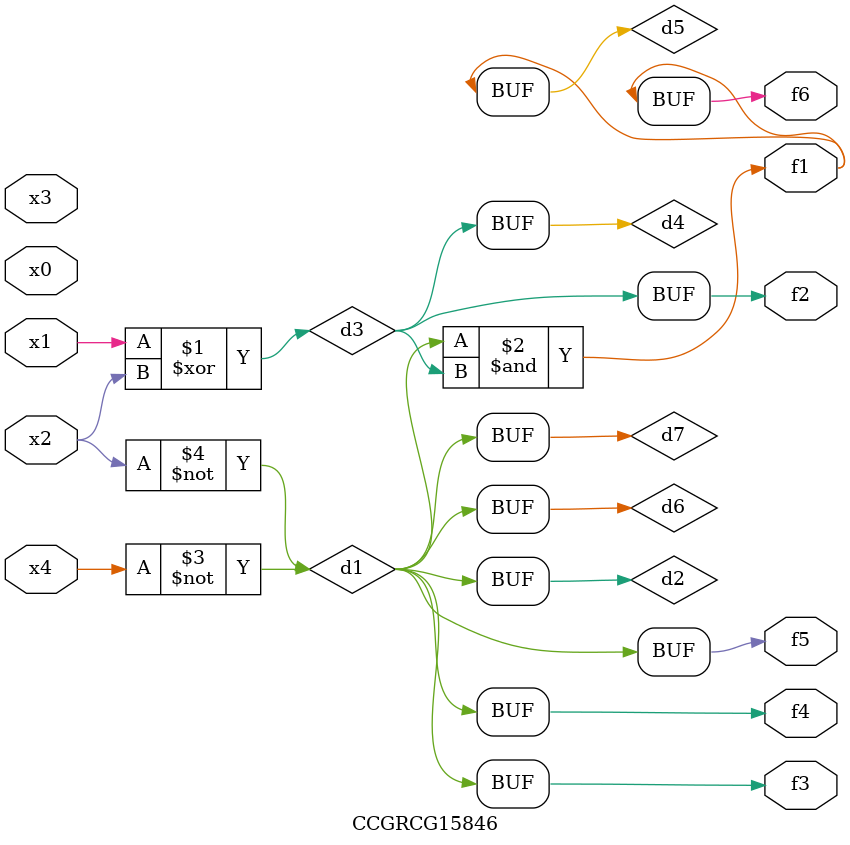
<source format=v>
module CCGRCG15846(
	input x0, x1, x2, x3, x4,
	output f1, f2, f3, f4, f5, f6
);

	wire d1, d2, d3, d4, d5, d6, d7;

	not (d1, x4);
	not (d2, x2);
	xor (d3, x1, x2);
	buf (d4, d3);
	and (d5, d1, d3);
	buf (d6, d1, d2);
	buf (d7, d2);
	assign f1 = d5;
	assign f2 = d4;
	assign f3 = d7;
	assign f4 = d7;
	assign f5 = d7;
	assign f6 = d5;
endmodule

</source>
